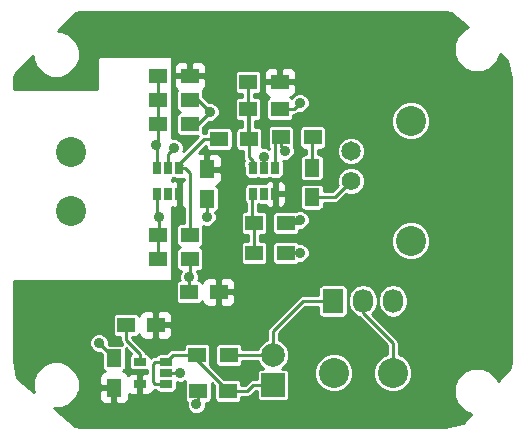
<source format=gtl>
G04 #@! TF.FileFunction,Copper,L1,Top,Signal*
%FSLAX46Y46*%
G04 Gerber Fmt 4.6, Leading zero omitted, Abs format (unit mm)*
G04 Created by KiCad (PCBNEW 4.0.1-stable) date 11/25/2016 8:33:30 PM*
%MOMM*%
G01*
G04 APERTURE LIST*
%ADD10C,0.150000*%
%ADD11R,1.500000X1.250000*%
%ADD12R,1.250000X1.500000*%
%ADD13R,1.500000X1.300000*%
%ADD14C,2.540000*%
%ADD15R,0.650000X1.060000*%
%ADD16R,1.060000X0.650000*%
%ADD17R,2.000000X2.000000*%
%ADD18C,2.000000*%
%ADD19C,1.574800*%
%ADD20C,1.651000*%
%ADD21R,1.727200X2.032000*%
%ADD22O,1.727200X2.032000*%
%ADD23C,0.889000*%
%ADD24C,0.254000*%
G04 APERTURE END LIST*
D10*
D11*
X20300000Y-11176000D03*
X17800000Y-11176000D03*
D12*
X8890000Y-32238000D03*
X8890000Y-29738000D03*
D11*
X17760000Y-24130000D03*
X15260000Y-24130000D03*
D12*
X25654000Y-16109000D03*
X25654000Y-13609000D03*
D11*
X18522000Y-32512000D03*
X16022000Y-32512000D03*
D12*
X16764000Y-13736000D03*
X16764000Y-16236000D03*
D11*
X12426000Y-26924000D03*
X9926000Y-26924000D03*
D13*
X12620000Y-9906000D03*
X15320000Y-9906000D03*
X12620000Y-7874000D03*
X15320000Y-7874000D03*
X15320000Y-21336000D03*
X12620000Y-21336000D03*
X12620000Y-19304000D03*
X15320000Y-19304000D03*
X12620000Y-5842000D03*
X15320000Y-5842000D03*
X20240000Y-8636000D03*
X22940000Y-8636000D03*
X20240000Y-6350000D03*
X22940000Y-6350000D03*
X20748000Y-18288000D03*
X23448000Y-18288000D03*
X23448000Y-20828000D03*
X20748000Y-20828000D03*
X23034000Y-11049000D03*
X25734000Y-11049000D03*
X15922000Y-29464000D03*
X18622000Y-29464000D03*
D14*
X32512000Y-30988000D03*
X27512000Y-30988000D03*
X5240000Y-17242000D03*
X5240000Y-12242000D03*
D15*
X14412000Y-13632000D03*
X13462000Y-13632000D03*
X12512000Y-13632000D03*
X12512000Y-15832000D03*
X14412000Y-15832000D03*
X13462000Y-15832000D03*
X22540000Y-13632000D03*
X21590000Y-13632000D03*
X20640000Y-13632000D03*
X20640000Y-15832000D03*
X22540000Y-15832000D03*
X21590000Y-15832000D03*
D16*
X13292000Y-31938000D03*
X13292000Y-30988000D03*
X13292000Y-30038000D03*
X11092000Y-30038000D03*
X11092000Y-31938000D03*
D17*
X22352000Y-32004000D03*
D18*
X22352000Y-29464000D03*
D19*
X28956000Y-14732000D03*
D20*
X28956000Y-12192000D03*
D14*
X34036000Y-9652000D03*
X34036000Y-19812000D03*
D21*
X27432000Y-24892000D03*
D22*
X29972000Y-24892000D03*
X32512000Y-24892000D03*
D23*
X14478000Y-30988000D03*
X7620000Y-28448000D03*
X15240000Y-22860000D03*
X24638000Y-8128000D03*
X16764000Y-17780000D03*
X13970000Y-11938000D03*
X17018000Y-8890000D03*
X21590000Y-12700000D03*
X24638000Y-20828000D03*
X15875000Y-33655000D03*
X12446000Y-11684000D03*
X12700000Y-17780000D03*
X23368000Y-12192000D03*
X24638000Y-18034000D03*
D24*
X13292000Y-30988000D02*
X14478000Y-30988000D01*
X8890000Y-29738000D02*
X8890000Y-29718000D01*
X8890000Y-29718000D02*
X7620000Y-28448000D01*
X15320000Y-21336000D02*
X15320000Y-22780000D01*
X15260000Y-22880000D02*
X15240000Y-22860000D01*
X15260000Y-22880000D02*
X15260000Y-24130000D01*
X15320000Y-22780000D02*
X15240000Y-22860000D01*
X22940000Y-8636000D02*
X24130000Y-8636000D01*
X24130000Y-8636000D02*
X24638000Y-8128000D01*
X16764000Y-16236000D02*
X16764000Y-17780000D01*
X13462000Y-13632000D02*
X13462000Y-12446000D01*
X13462000Y-12446000D02*
X13970000Y-11938000D01*
X15320000Y-9906000D02*
X16002000Y-9906000D01*
X16002000Y-9906000D02*
X17018000Y-8890000D01*
X15320000Y-7874000D02*
X16002000Y-7874000D01*
X16002000Y-7874000D02*
X17018000Y-8890000D01*
X21590000Y-13632000D02*
X21590000Y-12700000D01*
X23448000Y-20828000D02*
X24638000Y-20828000D01*
X16022000Y-32512000D02*
X16022000Y-33508000D01*
X16022000Y-33508000D02*
X15875000Y-33655000D01*
X20240000Y-8636000D02*
X20240000Y-11116000D01*
X20240000Y-11116000D02*
X20300000Y-11176000D01*
X20640000Y-13632000D02*
X20640000Y-13020000D01*
X20300000Y-12680000D02*
X20300000Y-8696000D01*
X20640000Y-13020000D02*
X20300000Y-12680000D01*
X20300000Y-8696000D02*
X20240000Y-8636000D01*
X20240000Y-8636000D02*
X20240000Y-6350000D01*
X20320000Y-13312000D02*
X20640000Y-13632000D01*
X14412000Y-13632000D02*
X14412000Y-13274000D01*
X14412000Y-13274000D02*
X16510000Y-11176000D01*
X16510000Y-11176000D02*
X17800000Y-11176000D01*
X14412000Y-13632000D02*
X14902000Y-13632000D01*
X15320000Y-14050000D02*
X15320000Y-19304000D01*
X14902000Y-13632000D02*
X15320000Y-14050000D01*
X14412000Y-13632000D02*
X14662000Y-13382000D01*
X14412000Y-13632000D02*
X14478000Y-13566000D01*
X25654000Y-13609000D02*
X25654000Y-11129000D01*
X25654000Y-11129000D02*
X25734000Y-11049000D01*
X15922000Y-29464000D02*
X13866000Y-29464000D01*
X13866000Y-29464000D02*
X13292000Y-30038000D01*
X13292000Y-31938000D02*
X12380000Y-31938000D01*
X12380000Y-31938000D02*
X12192000Y-31750000D01*
X12192000Y-31750000D02*
X12192000Y-30226000D01*
X12192000Y-30226000D02*
X12380000Y-30038000D01*
X12380000Y-30038000D02*
X13292000Y-30038000D01*
X18522000Y-32512000D02*
X20193000Y-32512000D01*
X20701000Y-32004000D02*
X22352000Y-32004000D01*
X20193000Y-32512000D02*
X20701000Y-32004000D01*
X15922000Y-29464000D02*
X15922000Y-29912000D01*
X15922000Y-29912000D02*
X18522000Y-32512000D01*
X12512000Y-13632000D02*
X12512000Y-11750000D01*
X12512000Y-11750000D02*
X12620000Y-11642000D01*
X12620000Y-11642000D02*
X12620000Y-9906000D01*
X12512000Y-11750000D02*
X12446000Y-11684000D01*
X12620000Y-11510000D02*
X12620000Y-7874000D01*
X12446000Y-11684000D02*
X12620000Y-11510000D01*
X12620000Y-7874000D02*
X12620000Y-5842000D01*
X12700000Y-13444000D02*
X12512000Y-13632000D01*
X12700000Y-17780000D02*
X12700000Y-19224000D01*
X12700000Y-19224000D02*
X12620000Y-19304000D01*
X12620000Y-19304000D02*
X12620000Y-21590000D01*
X12512000Y-17592000D02*
X12512000Y-15832000D01*
X12700000Y-17780000D02*
X12512000Y-17592000D01*
X20748000Y-20828000D02*
X20748000Y-18288000D01*
X20748000Y-18288000D02*
X20574000Y-18114000D01*
X20574000Y-18114000D02*
X20574000Y-15898000D01*
X20574000Y-15898000D02*
X20640000Y-15832000D01*
X23448000Y-18288000D02*
X24384000Y-18288000D01*
X23034000Y-11858000D02*
X23034000Y-11049000D01*
X23368000Y-12192000D02*
X23034000Y-11858000D01*
X24384000Y-18288000D02*
X24638000Y-18034000D01*
X22540000Y-13632000D02*
X22540000Y-11543000D01*
X22540000Y-11543000D02*
X23034000Y-11049000D01*
X25654000Y-16109000D02*
X27579000Y-16109000D01*
X27579000Y-16109000D02*
X28956000Y-14732000D01*
X11092000Y-30038000D02*
X11092000Y-29380000D01*
X9926000Y-28214000D02*
X9926000Y-26924000D01*
X11092000Y-29380000D02*
X9926000Y-28214000D01*
X29972000Y-24892000D02*
X29972000Y-25908000D01*
X29972000Y-25908000D02*
X32512000Y-28448000D01*
X32512000Y-28448000D02*
X32512000Y-30988000D01*
X22352000Y-29464000D02*
X22352000Y-27432000D01*
X24892000Y-24892000D02*
X27432000Y-24892000D01*
X22352000Y-27432000D02*
X24892000Y-24892000D01*
X22352000Y-29464000D02*
X18622000Y-29464000D01*
G36*
X37452156Y-542113D02*
X38870363Y-1723952D01*
X38503320Y-1875611D01*
X37945569Y-2432389D01*
X37643345Y-3160226D01*
X37642657Y-3948316D01*
X37943611Y-4676680D01*
X38500389Y-5234431D01*
X39228226Y-5536655D01*
X40016316Y-5537343D01*
X40744680Y-5236389D01*
X41302431Y-4679611D01*
X41588998Y-3989481D01*
X42197505Y-4496571D01*
X42505000Y-6042453D01*
X42505000Y-29957547D01*
X42390541Y-30532970D01*
X41427320Y-31688836D01*
X41304389Y-31391320D01*
X40747611Y-30833569D01*
X40019774Y-30531345D01*
X39231684Y-30530657D01*
X38503320Y-30831611D01*
X37945569Y-31388389D01*
X37643345Y-32116226D01*
X37642657Y-32904316D01*
X37943611Y-33632680D01*
X38500389Y-34190431D01*
X39126132Y-34450262D01*
X38452215Y-35258962D01*
X36893552Y-35569000D01*
X6042453Y-35569000D01*
X5567909Y-35474607D01*
X3775345Y-33980804D01*
X4392316Y-33981343D01*
X5120680Y-33680389D01*
X5678431Y-33123611D01*
X5927514Y-32523750D01*
X7630000Y-32523750D01*
X7630000Y-33114309D01*
X7726673Y-33347698D01*
X7905301Y-33526327D01*
X8138690Y-33623000D01*
X8604250Y-33623000D01*
X8763000Y-33464250D01*
X8763000Y-32365000D01*
X7788750Y-32365000D01*
X7630000Y-32523750D01*
X5927514Y-32523750D01*
X5980655Y-32395774D01*
X5981343Y-31607684D01*
X5680389Y-30879320D01*
X5123611Y-30321569D01*
X4395774Y-30019345D01*
X3607684Y-30018657D01*
X2879320Y-30319611D01*
X2321569Y-30876389D01*
X2019345Y-31604226D01*
X2018657Y-32392316D01*
X2097166Y-32582322D01*
X725778Y-31439498D01*
X431000Y-29957552D01*
X431000Y-28611482D01*
X6794357Y-28611482D01*
X6919767Y-28914998D01*
X7151781Y-29147417D01*
X7455077Y-29273357D01*
X7727174Y-29273594D01*
X7876536Y-29422956D01*
X7876536Y-30488000D01*
X7903103Y-30629190D01*
X7986546Y-30758865D01*
X8113866Y-30845859D01*
X8149130Y-30853000D01*
X8138690Y-30853000D01*
X7905301Y-30949673D01*
X7726673Y-31128302D01*
X7630000Y-31361691D01*
X7630000Y-31952250D01*
X7788750Y-32111000D01*
X8763000Y-32111000D01*
X8763000Y-32091000D01*
X9017000Y-32091000D01*
X9017000Y-32111000D01*
X9037000Y-32111000D01*
X9037000Y-32365000D01*
X9017000Y-32365000D01*
X9017000Y-33464250D01*
X9175750Y-33623000D01*
X9641310Y-33623000D01*
X9874699Y-33526327D01*
X10053327Y-33347698D01*
X10150000Y-33114309D01*
X10150000Y-32749025D01*
X10202302Y-32801327D01*
X10435691Y-32898000D01*
X10806250Y-32898000D01*
X10965000Y-32739250D01*
X10965000Y-32065000D01*
X10945000Y-32065000D01*
X10945000Y-31811000D01*
X10965000Y-31811000D01*
X10965000Y-31136750D01*
X10806250Y-30978000D01*
X10435691Y-30978000D01*
X10202302Y-31074673D01*
X10081253Y-31195721D01*
X10053327Y-31128302D01*
X9874699Y-30949673D01*
X9641310Y-30853000D01*
X9639699Y-30853000D01*
X9656190Y-30849897D01*
X9785865Y-30766454D01*
X9872859Y-30639134D01*
X9903464Y-30488000D01*
X9903464Y-28988000D01*
X9885358Y-28891778D01*
X10374489Y-29380909D01*
X10291135Y-29434546D01*
X10204141Y-29561866D01*
X10173536Y-29713000D01*
X10173536Y-30363000D01*
X10200103Y-30504190D01*
X10283546Y-30633865D01*
X10410866Y-30720859D01*
X10562000Y-30751464D01*
X11622000Y-30751464D01*
X11684000Y-30739798D01*
X11684000Y-30978000D01*
X11377750Y-30978000D01*
X11219000Y-31136750D01*
X11219000Y-31811000D01*
X11239000Y-31811000D01*
X11239000Y-32065000D01*
X11219000Y-32065000D01*
X11219000Y-32739250D01*
X11377750Y-32898000D01*
X11748309Y-32898000D01*
X11981698Y-32801327D01*
X12160327Y-32622699D01*
X12244668Y-32419081D01*
X12380000Y-32446000D01*
X12427007Y-32446000D01*
X12483546Y-32533865D01*
X12610866Y-32620859D01*
X12762000Y-32651464D01*
X13822000Y-32651464D01*
X13963190Y-32624897D01*
X14092865Y-32541454D01*
X14179859Y-32414134D01*
X14210464Y-32263000D01*
X14210464Y-31770748D01*
X14313077Y-31813357D01*
X14641482Y-31813643D01*
X14944998Y-31688233D01*
X14950311Y-31682929D01*
X14914141Y-31735866D01*
X14883536Y-31887000D01*
X14883536Y-33137000D01*
X14910103Y-33278190D01*
X14993546Y-33407865D01*
X15063837Y-33455893D01*
X15049643Y-33490077D01*
X15049357Y-33818482D01*
X15174767Y-34121998D01*
X15406781Y-34354417D01*
X15710077Y-34480357D01*
X16038482Y-34480643D01*
X16341998Y-34355233D01*
X16574417Y-34123219D01*
X16700357Y-33819923D01*
X16700613Y-33525464D01*
X16772000Y-33525464D01*
X16913190Y-33498897D01*
X17042865Y-33415454D01*
X17129859Y-33288134D01*
X17160464Y-33137000D01*
X17160464Y-31887000D01*
X17156265Y-31864685D01*
X17383536Y-32091956D01*
X17383536Y-33137000D01*
X17410103Y-33278190D01*
X17493546Y-33407865D01*
X17620866Y-33494859D01*
X17772000Y-33525464D01*
X19272000Y-33525464D01*
X19413190Y-33498897D01*
X19542865Y-33415454D01*
X19629859Y-33288134D01*
X19660464Y-33137000D01*
X19660464Y-33020000D01*
X20193000Y-33020000D01*
X20387403Y-32981331D01*
X20552210Y-32871210D01*
X20911421Y-32512000D01*
X20963536Y-32512000D01*
X20963536Y-33004000D01*
X20990103Y-33145190D01*
X21073546Y-33274865D01*
X21200866Y-33361859D01*
X21352000Y-33392464D01*
X23352000Y-33392464D01*
X23493190Y-33365897D01*
X23622865Y-33282454D01*
X23709859Y-33155134D01*
X23740464Y-33004000D01*
X23740464Y-31314963D01*
X25860714Y-31314963D01*
X26111534Y-31921995D01*
X26575563Y-32386834D01*
X27182155Y-32638713D01*
X27838963Y-32639286D01*
X28445995Y-32388466D01*
X28910834Y-31924437D01*
X29162713Y-31317845D01*
X29163286Y-30661037D01*
X28912466Y-30054005D01*
X28448437Y-29589166D01*
X27841845Y-29337287D01*
X27185037Y-29336714D01*
X26578005Y-29587534D01*
X26113166Y-30051563D01*
X25861287Y-30658155D01*
X25860714Y-31314963D01*
X23740464Y-31314963D01*
X23740464Y-31004000D01*
X23713897Y-30862810D01*
X23630454Y-30733135D01*
X23503134Y-30646141D01*
X23352000Y-30615536D01*
X23153187Y-30615536D01*
X23522072Y-30247295D01*
X23732759Y-29739903D01*
X23733239Y-29190507D01*
X23523437Y-28682749D01*
X23135295Y-28293928D01*
X22860000Y-28179616D01*
X22860000Y-27642420D01*
X25102421Y-25400000D01*
X26179936Y-25400000D01*
X26179936Y-25908000D01*
X26206503Y-26049190D01*
X26289946Y-26178865D01*
X26417266Y-26265859D01*
X26568400Y-26296464D01*
X28295600Y-26296464D01*
X28436790Y-26269897D01*
X28566465Y-26186454D01*
X28653459Y-26059134D01*
X28684064Y-25908000D01*
X28684064Y-24712231D01*
X28727400Y-24712231D01*
X28727400Y-25071769D01*
X28822140Y-25548057D01*
X29091935Y-25951834D01*
X29495712Y-26221629D01*
X29595611Y-26241500D01*
X29612790Y-26267210D01*
X32004000Y-28658421D01*
X32004000Y-29411517D01*
X31578005Y-29587534D01*
X31113166Y-30051563D01*
X30861287Y-30658155D01*
X30860714Y-31314963D01*
X31111534Y-31921995D01*
X31575563Y-32386834D01*
X32182155Y-32638713D01*
X32838963Y-32639286D01*
X33445995Y-32388466D01*
X33910834Y-31924437D01*
X34162713Y-31317845D01*
X34163286Y-30661037D01*
X33912466Y-30054005D01*
X33448437Y-29589166D01*
X33020000Y-29411263D01*
X33020000Y-28448000D01*
X32981331Y-28253597D01*
X32934828Y-28184000D01*
X32871210Y-28088789D01*
X30781443Y-25999022D01*
X30852065Y-25951834D01*
X31121860Y-25548057D01*
X31216600Y-25071769D01*
X31216600Y-24712231D01*
X31267400Y-24712231D01*
X31267400Y-25071769D01*
X31362140Y-25548057D01*
X31631935Y-25951834D01*
X32035712Y-26221629D01*
X32512000Y-26316369D01*
X32988288Y-26221629D01*
X33392065Y-25951834D01*
X33661860Y-25548057D01*
X33756600Y-25071769D01*
X33756600Y-24712231D01*
X33661860Y-24235943D01*
X33392065Y-23832166D01*
X32988288Y-23562371D01*
X32512000Y-23467631D01*
X32035712Y-23562371D01*
X31631935Y-23832166D01*
X31362140Y-24235943D01*
X31267400Y-24712231D01*
X31216600Y-24712231D01*
X31121860Y-24235943D01*
X30852065Y-23832166D01*
X30448288Y-23562371D01*
X29972000Y-23467631D01*
X29495712Y-23562371D01*
X29091935Y-23832166D01*
X28822140Y-24235943D01*
X28727400Y-24712231D01*
X28684064Y-24712231D01*
X28684064Y-23876000D01*
X28657497Y-23734810D01*
X28574054Y-23605135D01*
X28446734Y-23518141D01*
X28295600Y-23487536D01*
X26568400Y-23487536D01*
X26427210Y-23514103D01*
X26297535Y-23597546D01*
X26210541Y-23724866D01*
X26179936Y-23876000D01*
X26179936Y-24384000D01*
X24892000Y-24384000D01*
X24697597Y-24422669D01*
X24697595Y-24422670D01*
X24697596Y-24422670D01*
X24532789Y-24532790D01*
X21992790Y-27072790D01*
X21882669Y-27237597D01*
X21844000Y-27432000D01*
X21844000Y-28179658D01*
X21570749Y-28292563D01*
X21181928Y-28680705D01*
X21067616Y-28956000D01*
X19760464Y-28956000D01*
X19760464Y-28814000D01*
X19733897Y-28672810D01*
X19650454Y-28543135D01*
X19523134Y-28456141D01*
X19372000Y-28425536D01*
X17872000Y-28425536D01*
X17730810Y-28452103D01*
X17601135Y-28535546D01*
X17514141Y-28662866D01*
X17483536Y-28814000D01*
X17483536Y-30114000D01*
X17510103Y-30255190D01*
X17593546Y-30384865D01*
X17720866Y-30471859D01*
X17872000Y-30502464D01*
X19372000Y-30502464D01*
X19513190Y-30475897D01*
X19642865Y-30392454D01*
X19729859Y-30265134D01*
X19760464Y-30114000D01*
X19760464Y-29972000D01*
X21067658Y-29972000D01*
X21180563Y-30245251D01*
X21550201Y-30615536D01*
X21352000Y-30615536D01*
X21210810Y-30642103D01*
X21081135Y-30725546D01*
X20994141Y-30852866D01*
X20963536Y-31004000D01*
X20963536Y-31496000D01*
X20701000Y-31496000D01*
X20506597Y-31534669D01*
X20506595Y-31534670D01*
X20506596Y-31534670D01*
X20341789Y-31644790D01*
X19982580Y-32004000D01*
X19660464Y-32004000D01*
X19660464Y-31887000D01*
X19633897Y-31745810D01*
X19550454Y-31616135D01*
X19423134Y-31529141D01*
X19272000Y-31498536D01*
X18226956Y-31498536D01*
X17015122Y-30286702D01*
X17029859Y-30265134D01*
X17060464Y-30114000D01*
X17060464Y-28814000D01*
X17033897Y-28672810D01*
X16950454Y-28543135D01*
X16823134Y-28456141D01*
X16672000Y-28425536D01*
X15172000Y-28425536D01*
X15030810Y-28452103D01*
X14901135Y-28535546D01*
X14814141Y-28662866D01*
X14783536Y-28814000D01*
X14783536Y-28956000D01*
X13866000Y-28956000D01*
X13671597Y-28994669D01*
X13506790Y-29104789D01*
X13287043Y-29324536D01*
X12762000Y-29324536D01*
X12620810Y-29351103D01*
X12491135Y-29434546D01*
X12425914Y-29530000D01*
X12380000Y-29530000D01*
X12185596Y-29568669D01*
X12020790Y-29678790D01*
X12006682Y-29692898D01*
X11983897Y-29571810D01*
X11900454Y-29442135D01*
X11773134Y-29355141D01*
X11622000Y-29324536D01*
X11588968Y-29324536D01*
X11561331Y-29185597D01*
X11451210Y-29020790D01*
X10434000Y-28003580D01*
X10434000Y-27937464D01*
X10676000Y-27937464D01*
X10817190Y-27910897D01*
X10946865Y-27827454D01*
X11033859Y-27700134D01*
X11041000Y-27664870D01*
X11041000Y-27675310D01*
X11137673Y-27908699D01*
X11316302Y-28087327D01*
X11549691Y-28184000D01*
X12140250Y-28184000D01*
X12299000Y-28025250D01*
X12299000Y-27051000D01*
X12553000Y-27051000D01*
X12553000Y-28025250D01*
X12711750Y-28184000D01*
X13302309Y-28184000D01*
X13535698Y-28087327D01*
X13714327Y-27908699D01*
X13811000Y-27675310D01*
X13811000Y-27209750D01*
X13652250Y-27051000D01*
X12553000Y-27051000D01*
X12299000Y-27051000D01*
X12279000Y-27051000D01*
X12279000Y-26797000D01*
X12299000Y-26797000D01*
X12299000Y-25822750D01*
X12553000Y-25822750D01*
X12553000Y-26797000D01*
X13652250Y-26797000D01*
X13811000Y-26638250D01*
X13811000Y-26172690D01*
X13714327Y-25939301D01*
X13535698Y-25760673D01*
X13302309Y-25664000D01*
X12711750Y-25664000D01*
X12553000Y-25822750D01*
X12299000Y-25822750D01*
X12140250Y-25664000D01*
X11549691Y-25664000D01*
X11316302Y-25760673D01*
X11137673Y-25939301D01*
X11041000Y-26172690D01*
X11041000Y-26174301D01*
X11037897Y-26157810D01*
X10954454Y-26028135D01*
X10827134Y-25941141D01*
X10676000Y-25910536D01*
X9176000Y-25910536D01*
X9034810Y-25937103D01*
X8905135Y-26020546D01*
X8818141Y-26147866D01*
X8787536Y-26299000D01*
X8787536Y-27549000D01*
X8814103Y-27690190D01*
X8897546Y-27819865D01*
X9024866Y-27906859D01*
X9176000Y-27937464D01*
X9418000Y-27937464D01*
X9418000Y-28214000D01*
X9456669Y-28408403D01*
X9566790Y-28573210D01*
X9612951Y-28619371D01*
X9515000Y-28599536D01*
X8489956Y-28599536D01*
X8445407Y-28554987D01*
X8445643Y-28284518D01*
X8320233Y-27981002D01*
X8088219Y-27748583D01*
X7784923Y-27622643D01*
X7456518Y-27622357D01*
X7153002Y-27747767D01*
X6920583Y-27979781D01*
X6794643Y-28283077D01*
X6794357Y-28611482D01*
X431000Y-28611482D01*
X431000Y-23241000D01*
X13716000Y-23241000D01*
X13762159Y-23232315D01*
X13804553Y-23205035D01*
X13832994Y-23163410D01*
X13843000Y-23114000D01*
X13843000Y-16948251D01*
X13960690Y-16997000D01*
X14126250Y-16997000D01*
X14285000Y-16838250D01*
X14285000Y-15959000D01*
X14265000Y-15959000D01*
X14265000Y-15705000D01*
X14285000Y-15705000D01*
X14285000Y-14825750D01*
X14126250Y-14667000D01*
X13960690Y-14667000D01*
X13843000Y-14715749D01*
X13843000Y-14539927D01*
X13928190Y-14523897D01*
X13935187Y-14519395D01*
X13935866Y-14519859D01*
X14087000Y-14550464D01*
X14737000Y-14550464D01*
X14812000Y-14536352D01*
X14812000Y-14667000D01*
X14697750Y-14667000D01*
X14539000Y-14825750D01*
X14539000Y-15705000D01*
X14559000Y-15705000D01*
X14559000Y-15959000D01*
X14539000Y-15959000D01*
X14539000Y-16838250D01*
X14697750Y-16997000D01*
X14812000Y-16997000D01*
X14812000Y-18265536D01*
X14570000Y-18265536D01*
X14428810Y-18292103D01*
X14299135Y-18375546D01*
X14212141Y-18502866D01*
X14181536Y-18654000D01*
X14181536Y-19954000D01*
X14208103Y-20095190D01*
X14291546Y-20224865D01*
X14418866Y-20311859D01*
X14454997Y-20319176D01*
X14428810Y-20324103D01*
X14299135Y-20407546D01*
X14212141Y-20534866D01*
X14181536Y-20686000D01*
X14181536Y-21986000D01*
X14208103Y-22127190D01*
X14291546Y-22256865D01*
X14418866Y-22343859D01*
X14559966Y-22372432D01*
X14540583Y-22391781D01*
X14414643Y-22695077D01*
X14414357Y-23023482D01*
X14456932Y-23126522D01*
X14368810Y-23143103D01*
X14239135Y-23226546D01*
X14152141Y-23353866D01*
X14121536Y-23505000D01*
X14121536Y-24755000D01*
X14148103Y-24896190D01*
X14231546Y-25025865D01*
X14358866Y-25112859D01*
X14510000Y-25143464D01*
X16010000Y-25143464D01*
X16151190Y-25116897D01*
X16280865Y-25033454D01*
X16367859Y-24906134D01*
X16375000Y-24870870D01*
X16375000Y-24881310D01*
X16471673Y-25114699D01*
X16650302Y-25293327D01*
X16883691Y-25390000D01*
X17474250Y-25390000D01*
X17633000Y-25231250D01*
X17633000Y-24257000D01*
X17887000Y-24257000D01*
X17887000Y-25231250D01*
X18045750Y-25390000D01*
X18636309Y-25390000D01*
X18869698Y-25293327D01*
X19048327Y-25114699D01*
X19145000Y-24881310D01*
X19145000Y-24415750D01*
X18986250Y-24257000D01*
X17887000Y-24257000D01*
X17633000Y-24257000D01*
X17613000Y-24257000D01*
X17613000Y-24003000D01*
X17633000Y-24003000D01*
X17633000Y-23028750D01*
X17887000Y-23028750D01*
X17887000Y-24003000D01*
X18986250Y-24003000D01*
X19145000Y-23844250D01*
X19145000Y-23378690D01*
X19048327Y-23145301D01*
X18869698Y-22966673D01*
X18636309Y-22870000D01*
X18045750Y-22870000D01*
X17887000Y-23028750D01*
X17633000Y-23028750D01*
X17474250Y-22870000D01*
X16883691Y-22870000D01*
X16650302Y-22966673D01*
X16471673Y-23145301D01*
X16375000Y-23378690D01*
X16375000Y-23380301D01*
X16371897Y-23363810D01*
X16288454Y-23234135D01*
X16161134Y-23147141D01*
X16025973Y-23119771D01*
X16065357Y-23024923D01*
X16065643Y-22696518D01*
X15940233Y-22393002D01*
X15921727Y-22374464D01*
X16070000Y-22374464D01*
X16211190Y-22347897D01*
X16340865Y-22264454D01*
X16427859Y-22137134D01*
X16458464Y-21986000D01*
X16458464Y-20686000D01*
X16431897Y-20544810D01*
X16348454Y-20415135D01*
X16221134Y-20328141D01*
X16185003Y-20320824D01*
X16211190Y-20315897D01*
X16340865Y-20232454D01*
X16427859Y-20105134D01*
X16458464Y-19954000D01*
X16458464Y-18654000D01*
X16436618Y-18537898D01*
X16599077Y-18605357D01*
X16927482Y-18605643D01*
X17230998Y-18480233D01*
X17463417Y-18248219D01*
X17589357Y-17944923D01*
X17589624Y-17638000D01*
X19609536Y-17638000D01*
X19609536Y-18938000D01*
X19636103Y-19079190D01*
X19719546Y-19208865D01*
X19846866Y-19295859D01*
X19998000Y-19326464D01*
X20240000Y-19326464D01*
X20240000Y-19789536D01*
X19998000Y-19789536D01*
X19856810Y-19816103D01*
X19727135Y-19899546D01*
X19640141Y-20026866D01*
X19609536Y-20178000D01*
X19609536Y-21478000D01*
X19636103Y-21619190D01*
X19719546Y-21748865D01*
X19846866Y-21835859D01*
X19998000Y-21866464D01*
X21498000Y-21866464D01*
X21639190Y-21839897D01*
X21768865Y-21756454D01*
X21855859Y-21629134D01*
X21886464Y-21478000D01*
X21886464Y-20178000D01*
X22309536Y-20178000D01*
X22309536Y-21478000D01*
X22336103Y-21619190D01*
X22419546Y-21748865D01*
X22546866Y-21835859D01*
X22698000Y-21866464D01*
X24198000Y-21866464D01*
X24339190Y-21839897D01*
X24468865Y-21756454D01*
X24539269Y-21653415D01*
X24801482Y-21653643D01*
X25104998Y-21528233D01*
X25337417Y-21296219D01*
X25463357Y-20992923D01*
X25463643Y-20664518D01*
X25338233Y-20361002D01*
X25116581Y-20138963D01*
X32384714Y-20138963D01*
X32635534Y-20745995D01*
X33099563Y-21210834D01*
X33706155Y-21462713D01*
X34362963Y-21463286D01*
X34969995Y-21212466D01*
X35434834Y-20748437D01*
X35686713Y-20141845D01*
X35687286Y-19485037D01*
X35436466Y-18878005D01*
X34972437Y-18413166D01*
X34365845Y-18161287D01*
X33709037Y-18160714D01*
X33102005Y-18411534D01*
X32637166Y-18875563D01*
X32385287Y-19482155D01*
X32384714Y-20138963D01*
X25116581Y-20138963D01*
X25106219Y-20128583D01*
X24802923Y-20002643D01*
X24537763Y-20002412D01*
X24476454Y-19907135D01*
X24349134Y-19820141D01*
X24198000Y-19789536D01*
X22698000Y-19789536D01*
X22556810Y-19816103D01*
X22427135Y-19899546D01*
X22340141Y-20026866D01*
X22309536Y-20178000D01*
X21886464Y-20178000D01*
X21859897Y-20036810D01*
X21776454Y-19907135D01*
X21649134Y-19820141D01*
X21498000Y-19789536D01*
X21256000Y-19789536D01*
X21256000Y-19326464D01*
X21498000Y-19326464D01*
X21639190Y-19299897D01*
X21768865Y-19216454D01*
X21855859Y-19089134D01*
X21886464Y-18938000D01*
X21886464Y-17638000D01*
X22309536Y-17638000D01*
X22309536Y-18938000D01*
X22336103Y-19079190D01*
X22419546Y-19208865D01*
X22546866Y-19295859D01*
X22698000Y-19326464D01*
X24198000Y-19326464D01*
X24339190Y-19299897D01*
X24468865Y-19216454D01*
X24555859Y-19089134D01*
X24586464Y-18938000D01*
X24586464Y-18859456D01*
X24801482Y-18859643D01*
X25104998Y-18734233D01*
X25337417Y-18502219D01*
X25463357Y-18198923D01*
X25463643Y-17870518D01*
X25338233Y-17567002D01*
X25106219Y-17334583D01*
X24802923Y-17208643D01*
X24474518Y-17208357D01*
X24316688Y-17273571D01*
X24198000Y-17249536D01*
X22698000Y-17249536D01*
X22556810Y-17276103D01*
X22427135Y-17359546D01*
X22340141Y-17486866D01*
X22309536Y-17638000D01*
X21886464Y-17638000D01*
X21859897Y-17496810D01*
X21776454Y-17367135D01*
X21649134Y-17280141D01*
X21498000Y-17249536D01*
X21082000Y-17249536D01*
X21082000Y-16728449D01*
X21106190Y-16723897D01*
X21113187Y-16719395D01*
X21113866Y-16719859D01*
X21265000Y-16750464D01*
X21705439Y-16750464D01*
X21855301Y-16900327D01*
X22088690Y-16997000D01*
X22254250Y-16997000D01*
X22413000Y-16838250D01*
X22413000Y-15959000D01*
X22667000Y-15959000D01*
X22667000Y-16838250D01*
X22825750Y-16997000D01*
X22991310Y-16997000D01*
X23224699Y-16900327D01*
X23403327Y-16721698D01*
X23500000Y-16488309D01*
X23500000Y-16117750D01*
X23341250Y-15959000D01*
X22667000Y-15959000D01*
X22413000Y-15959000D01*
X22393000Y-15959000D01*
X22393000Y-15705000D01*
X22413000Y-15705000D01*
X22413000Y-14825750D01*
X22667000Y-14825750D01*
X22667000Y-15705000D01*
X23341250Y-15705000D01*
X23500000Y-15546250D01*
X23500000Y-15359000D01*
X24640536Y-15359000D01*
X24640536Y-16859000D01*
X24667103Y-17000190D01*
X24750546Y-17129865D01*
X24877866Y-17216859D01*
X25029000Y-17247464D01*
X26279000Y-17247464D01*
X26420190Y-17220897D01*
X26549865Y-17137454D01*
X26636859Y-17010134D01*
X26667464Y-16859000D01*
X26667464Y-16617000D01*
X27579000Y-16617000D01*
X27773403Y-16578331D01*
X27938210Y-16468210D01*
X28569701Y-15836719D01*
X28722571Y-15900196D01*
X29187389Y-15900602D01*
X29616981Y-15723099D01*
X29945943Y-15394709D01*
X30124196Y-14965429D01*
X30124602Y-14500611D01*
X29947099Y-14071019D01*
X29618709Y-13742057D01*
X29189429Y-13563804D01*
X28724611Y-13563398D01*
X28295019Y-13740901D01*
X27966057Y-14069291D01*
X27787804Y-14498571D01*
X27787398Y-14963389D01*
X27851369Y-15118211D01*
X27368580Y-15601000D01*
X26667464Y-15601000D01*
X26667464Y-15359000D01*
X26640897Y-15217810D01*
X26557454Y-15088135D01*
X26430134Y-15001141D01*
X26279000Y-14970536D01*
X25029000Y-14970536D01*
X24887810Y-14997103D01*
X24758135Y-15080546D01*
X24671141Y-15207866D01*
X24640536Y-15359000D01*
X23500000Y-15359000D01*
X23500000Y-15175691D01*
X23403327Y-14942302D01*
X23224699Y-14763673D01*
X22991310Y-14667000D01*
X22825750Y-14667000D01*
X22667000Y-14825750D01*
X22413000Y-14825750D01*
X22254250Y-14667000D01*
X22088690Y-14667000D01*
X21855301Y-14763673D01*
X21705439Y-14913536D01*
X21265000Y-14913536D01*
X21123810Y-14940103D01*
X21116813Y-14944605D01*
X21116134Y-14944141D01*
X20965000Y-14913536D01*
X20315000Y-14913536D01*
X20173810Y-14940103D01*
X20044135Y-15023546D01*
X19957141Y-15150866D01*
X19926536Y-15302000D01*
X19926536Y-16362000D01*
X19953103Y-16503190D01*
X20036546Y-16632865D01*
X20066000Y-16652990D01*
X20066000Y-17249536D01*
X19998000Y-17249536D01*
X19856810Y-17276103D01*
X19727135Y-17359546D01*
X19640141Y-17486866D01*
X19609536Y-17638000D01*
X17589624Y-17638000D01*
X17589643Y-17616518D01*
X17482369Y-17356895D01*
X17530190Y-17347897D01*
X17659865Y-17264454D01*
X17746859Y-17137134D01*
X17777464Y-16986000D01*
X17777464Y-15486000D01*
X17750897Y-15344810D01*
X17667454Y-15215135D01*
X17540134Y-15128141D01*
X17504870Y-15121000D01*
X17515310Y-15121000D01*
X17748699Y-15024327D01*
X17927327Y-14845698D01*
X18024000Y-14612309D01*
X18024000Y-14021750D01*
X17865250Y-13863000D01*
X16891000Y-13863000D01*
X16891000Y-13883000D01*
X16637000Y-13883000D01*
X16637000Y-13863000D01*
X16617000Y-13863000D01*
X16617000Y-13609000D01*
X16637000Y-13609000D01*
X16637000Y-12509750D01*
X16891000Y-12509750D01*
X16891000Y-13609000D01*
X17865250Y-13609000D01*
X18024000Y-13450250D01*
X18024000Y-12859691D01*
X17927327Y-12626302D01*
X17748699Y-12447673D01*
X17515310Y-12351000D01*
X17049750Y-12351000D01*
X16891000Y-12509750D01*
X16637000Y-12509750D01*
X16478250Y-12351000D01*
X16053420Y-12351000D01*
X16661536Y-11742884D01*
X16661536Y-11801000D01*
X16688103Y-11942190D01*
X16771546Y-12071865D01*
X16898866Y-12158859D01*
X17050000Y-12189464D01*
X18550000Y-12189464D01*
X18691190Y-12162897D01*
X18820865Y-12079454D01*
X18907859Y-11952134D01*
X18938464Y-11801000D01*
X18938464Y-10551000D01*
X18911897Y-10409810D01*
X18828454Y-10280135D01*
X18701134Y-10193141D01*
X18550000Y-10162536D01*
X17050000Y-10162536D01*
X16908810Y-10189103D01*
X16779135Y-10272546D01*
X16692141Y-10399866D01*
X16661536Y-10551000D01*
X16661536Y-10668000D01*
X16510000Y-10668000D01*
X16432669Y-10683382D01*
X16458464Y-10556000D01*
X16458464Y-10167956D01*
X16911013Y-9715407D01*
X17181482Y-9715643D01*
X17484998Y-9590233D01*
X17717417Y-9358219D01*
X17843357Y-9054923D01*
X17843643Y-8726518D01*
X17718233Y-8423002D01*
X17486219Y-8190583D01*
X17182923Y-8064643D01*
X16910826Y-8064406D01*
X16458464Y-7612044D01*
X16458464Y-7224000D01*
X16431897Y-7082810D01*
X16404770Y-7040653D01*
X16429698Y-7030327D01*
X16608327Y-6851699D01*
X16705000Y-6618310D01*
X16705000Y-6127750D01*
X16546250Y-5969000D01*
X15447000Y-5969000D01*
X15447000Y-5989000D01*
X15193000Y-5989000D01*
X15193000Y-5969000D01*
X14093750Y-5969000D01*
X13935000Y-6127750D01*
X13935000Y-6618310D01*
X14031673Y-6851699D01*
X14210302Y-7030327D01*
X14234389Y-7040304D01*
X14212141Y-7072866D01*
X14181536Y-7224000D01*
X14181536Y-8524000D01*
X14208103Y-8665190D01*
X14291546Y-8794865D01*
X14418866Y-8881859D01*
X14454997Y-8889176D01*
X14428810Y-8894103D01*
X14299135Y-8977546D01*
X14212141Y-9104866D01*
X14181536Y-9256000D01*
X14181536Y-10556000D01*
X14208103Y-10697190D01*
X14291546Y-10826865D01*
X14418866Y-10913859D01*
X14570000Y-10944464D01*
X16023116Y-10944464D01*
X14746147Y-12221433D01*
X14795357Y-12102923D01*
X14795643Y-11774518D01*
X14670233Y-11471002D01*
X14438219Y-11238583D01*
X14134923Y-11112643D01*
X13843000Y-11112389D01*
X13843000Y-5065690D01*
X13935000Y-5065690D01*
X13935000Y-5556250D01*
X14093750Y-5715000D01*
X15193000Y-5715000D01*
X15193000Y-4715750D01*
X15447000Y-4715750D01*
X15447000Y-5715000D01*
X16546250Y-5715000D01*
X16561250Y-5700000D01*
X19101536Y-5700000D01*
X19101536Y-7000000D01*
X19128103Y-7141190D01*
X19211546Y-7270865D01*
X19338866Y-7357859D01*
X19490000Y-7388464D01*
X19732000Y-7388464D01*
X19732000Y-7597536D01*
X19490000Y-7597536D01*
X19348810Y-7624103D01*
X19219135Y-7707546D01*
X19132141Y-7834866D01*
X19101536Y-7986000D01*
X19101536Y-9286000D01*
X19128103Y-9427190D01*
X19211546Y-9556865D01*
X19338866Y-9643859D01*
X19490000Y-9674464D01*
X19732000Y-9674464D01*
X19732000Y-10162536D01*
X19550000Y-10162536D01*
X19408810Y-10189103D01*
X19279135Y-10272546D01*
X19192141Y-10399866D01*
X19161536Y-10551000D01*
X19161536Y-11801000D01*
X19188103Y-11942190D01*
X19271546Y-12071865D01*
X19398866Y-12158859D01*
X19550000Y-12189464D01*
X19792000Y-12189464D01*
X19792000Y-12680000D01*
X19830669Y-12874403D01*
X19921918Y-13010966D01*
X19850669Y-13117597D01*
X19812000Y-13312000D01*
X19850669Y-13506403D01*
X19926536Y-13619945D01*
X19926536Y-14162000D01*
X19953103Y-14303190D01*
X20036546Y-14432865D01*
X20163866Y-14519859D01*
X20315000Y-14550464D01*
X20965000Y-14550464D01*
X21106190Y-14523897D01*
X21113187Y-14519395D01*
X21113866Y-14519859D01*
X21265000Y-14550464D01*
X21915000Y-14550464D01*
X22056190Y-14523897D01*
X22063187Y-14519395D01*
X22063866Y-14519859D01*
X22215000Y-14550464D01*
X22865000Y-14550464D01*
X23006190Y-14523897D01*
X23135865Y-14440454D01*
X23222859Y-14313134D01*
X23253464Y-14162000D01*
X23253464Y-13102000D01*
X23237543Y-13017387D01*
X23531482Y-13017643D01*
X23834998Y-12892233D01*
X24067417Y-12660219D01*
X24193357Y-12356923D01*
X24193643Y-12028518D01*
X24128198Y-11870128D01*
X24141859Y-11850134D01*
X24172464Y-11699000D01*
X24172464Y-10399000D01*
X24595536Y-10399000D01*
X24595536Y-11699000D01*
X24622103Y-11840190D01*
X24705546Y-11969865D01*
X24832866Y-12056859D01*
X24984000Y-12087464D01*
X25146000Y-12087464D01*
X25146000Y-12470536D01*
X25029000Y-12470536D01*
X24887810Y-12497103D01*
X24758135Y-12580546D01*
X24671141Y-12707866D01*
X24640536Y-12859000D01*
X24640536Y-14359000D01*
X24667103Y-14500190D01*
X24750546Y-14629865D01*
X24877866Y-14716859D01*
X25029000Y-14747464D01*
X26279000Y-14747464D01*
X26420190Y-14720897D01*
X26549865Y-14637454D01*
X26636859Y-14510134D01*
X26667464Y-14359000D01*
X26667464Y-12859000D01*
X26640897Y-12717810D01*
X26557454Y-12588135D01*
X26430134Y-12501141D01*
X26279000Y-12470536D01*
X26162000Y-12470536D01*
X26162000Y-12430935D01*
X27749291Y-12430935D01*
X27932582Y-12874535D01*
X28271680Y-13214225D01*
X28714959Y-13398290D01*
X29194935Y-13398709D01*
X29638535Y-13215418D01*
X29978225Y-12876320D01*
X30162290Y-12433041D01*
X30162709Y-11953065D01*
X29979418Y-11509465D01*
X29640320Y-11169775D01*
X29197041Y-10985710D01*
X28717065Y-10985291D01*
X28273465Y-11168582D01*
X27933775Y-11507680D01*
X27749710Y-11950959D01*
X27749291Y-12430935D01*
X26162000Y-12430935D01*
X26162000Y-12087464D01*
X26484000Y-12087464D01*
X26625190Y-12060897D01*
X26754865Y-11977454D01*
X26841859Y-11850134D01*
X26872464Y-11699000D01*
X26872464Y-10399000D01*
X26845897Y-10257810D01*
X26762454Y-10128135D01*
X26635134Y-10041141D01*
X26484000Y-10010536D01*
X24984000Y-10010536D01*
X24842810Y-10037103D01*
X24713135Y-10120546D01*
X24626141Y-10247866D01*
X24595536Y-10399000D01*
X24172464Y-10399000D01*
X24145897Y-10257810D01*
X24062454Y-10128135D01*
X23935134Y-10041141D01*
X23784000Y-10010536D01*
X22284000Y-10010536D01*
X22142810Y-10037103D01*
X22013135Y-10120546D01*
X21926141Y-10247866D01*
X21895536Y-10399000D01*
X21895536Y-11699000D01*
X21922103Y-11840190D01*
X22005546Y-11969865D01*
X22032000Y-11987940D01*
X22032000Y-11989696D01*
X21754923Y-11874643D01*
X21426518Y-11874357D01*
X21423343Y-11875669D01*
X21438464Y-11801000D01*
X21438464Y-10551000D01*
X21411897Y-10409810D01*
X21328454Y-10280135D01*
X21201134Y-10193141D01*
X21050000Y-10162536D01*
X20808000Y-10162536D01*
X20808000Y-9978963D01*
X32384714Y-9978963D01*
X32635534Y-10585995D01*
X33099563Y-11050834D01*
X33706155Y-11302713D01*
X34362963Y-11303286D01*
X34969995Y-11052466D01*
X35434834Y-10588437D01*
X35686713Y-9981845D01*
X35687286Y-9325037D01*
X35436466Y-8718005D01*
X34972437Y-8253166D01*
X34365845Y-8001287D01*
X33709037Y-8000714D01*
X33102005Y-8251534D01*
X32637166Y-8715563D01*
X32385287Y-9322155D01*
X32384714Y-9978963D01*
X20808000Y-9978963D01*
X20808000Y-9674464D01*
X20990000Y-9674464D01*
X21131190Y-9647897D01*
X21260865Y-9564454D01*
X21347859Y-9437134D01*
X21378464Y-9286000D01*
X21378464Y-7986000D01*
X21351897Y-7844810D01*
X21268454Y-7715135D01*
X21141134Y-7628141D01*
X20990000Y-7597536D01*
X20748000Y-7597536D01*
X20748000Y-7388464D01*
X20990000Y-7388464D01*
X21131190Y-7361897D01*
X21260865Y-7278454D01*
X21347859Y-7151134D01*
X21378464Y-7000000D01*
X21378464Y-6635750D01*
X21555000Y-6635750D01*
X21555000Y-7126310D01*
X21651673Y-7359699D01*
X21830302Y-7538327D01*
X22044335Y-7626983D01*
X21919135Y-7707546D01*
X21832141Y-7834866D01*
X21801536Y-7986000D01*
X21801536Y-9286000D01*
X21828103Y-9427190D01*
X21911546Y-9556865D01*
X22038866Y-9643859D01*
X22190000Y-9674464D01*
X23690000Y-9674464D01*
X23831190Y-9647897D01*
X23960865Y-9564454D01*
X24047859Y-9437134D01*
X24078464Y-9286000D01*
X24078464Y-9144000D01*
X24130000Y-9144000D01*
X24324403Y-9105331D01*
X24489210Y-8995210D01*
X24531013Y-8953407D01*
X24801482Y-8953643D01*
X25104998Y-8828233D01*
X25337417Y-8596219D01*
X25463357Y-8292923D01*
X25463643Y-7964518D01*
X25338233Y-7661002D01*
X25106219Y-7428583D01*
X24802923Y-7302643D01*
X24474518Y-7302357D01*
X24171002Y-7427767D01*
X23938583Y-7659781D01*
X23927280Y-7687002D01*
X23841134Y-7628141D01*
X23835582Y-7627017D01*
X24049698Y-7538327D01*
X24228327Y-7359699D01*
X24325000Y-7126310D01*
X24325000Y-6635750D01*
X24166250Y-6477000D01*
X23067000Y-6477000D01*
X23067000Y-6497000D01*
X22813000Y-6497000D01*
X22813000Y-6477000D01*
X21713750Y-6477000D01*
X21555000Y-6635750D01*
X21378464Y-6635750D01*
X21378464Y-5700000D01*
X21354697Y-5573690D01*
X21555000Y-5573690D01*
X21555000Y-6064250D01*
X21713750Y-6223000D01*
X22813000Y-6223000D01*
X22813000Y-5223750D01*
X23067000Y-5223750D01*
X23067000Y-6223000D01*
X24166250Y-6223000D01*
X24325000Y-6064250D01*
X24325000Y-5573690D01*
X24228327Y-5340301D01*
X24049698Y-5161673D01*
X23816309Y-5065000D01*
X23225750Y-5065000D01*
X23067000Y-5223750D01*
X22813000Y-5223750D01*
X22654250Y-5065000D01*
X22063691Y-5065000D01*
X21830302Y-5161673D01*
X21651673Y-5340301D01*
X21555000Y-5573690D01*
X21354697Y-5573690D01*
X21351897Y-5558810D01*
X21268454Y-5429135D01*
X21141134Y-5342141D01*
X20990000Y-5311536D01*
X19490000Y-5311536D01*
X19348810Y-5338103D01*
X19219135Y-5421546D01*
X19132141Y-5548866D01*
X19101536Y-5700000D01*
X16561250Y-5700000D01*
X16705000Y-5556250D01*
X16705000Y-5065690D01*
X16608327Y-4832301D01*
X16429698Y-4653673D01*
X16196309Y-4557000D01*
X15605750Y-4557000D01*
X15447000Y-4715750D01*
X15193000Y-4715750D01*
X15034250Y-4557000D01*
X14443691Y-4557000D01*
X14210302Y-4653673D01*
X14031673Y-4832301D01*
X13935000Y-5065690D01*
X13843000Y-5065690D01*
X13843000Y-4318000D01*
X13834315Y-4271841D01*
X13807035Y-4229447D01*
X13765410Y-4201006D01*
X13716000Y-4191000D01*
X7620000Y-4191000D01*
X7573841Y-4199685D01*
X7531447Y-4226965D01*
X7503006Y-4268590D01*
X7493000Y-4318000D01*
X7493000Y-6985000D01*
X431000Y-6985000D01*
X431000Y-6042448D01*
X503962Y-5675644D01*
X2018859Y-4160747D01*
X2018657Y-4392316D01*
X2319611Y-5120680D01*
X2876389Y-5678431D01*
X3604226Y-5980655D01*
X4392316Y-5981343D01*
X5120680Y-5680389D01*
X5678431Y-5123611D01*
X5980655Y-4395774D01*
X5981343Y-3607684D01*
X5680389Y-2879320D01*
X5123611Y-2321569D01*
X4395774Y-2019345D01*
X4160466Y-2019140D01*
X5675643Y-503963D01*
X6042453Y-431000D01*
X36893552Y-431000D01*
X37452156Y-542113D01*
X37452156Y-542113D01*
G37*
X37452156Y-542113D02*
X38870363Y-1723952D01*
X38503320Y-1875611D01*
X37945569Y-2432389D01*
X37643345Y-3160226D01*
X37642657Y-3948316D01*
X37943611Y-4676680D01*
X38500389Y-5234431D01*
X39228226Y-5536655D01*
X40016316Y-5537343D01*
X40744680Y-5236389D01*
X41302431Y-4679611D01*
X41588998Y-3989481D01*
X42197505Y-4496571D01*
X42505000Y-6042453D01*
X42505000Y-29957547D01*
X42390541Y-30532970D01*
X41427320Y-31688836D01*
X41304389Y-31391320D01*
X40747611Y-30833569D01*
X40019774Y-30531345D01*
X39231684Y-30530657D01*
X38503320Y-30831611D01*
X37945569Y-31388389D01*
X37643345Y-32116226D01*
X37642657Y-32904316D01*
X37943611Y-33632680D01*
X38500389Y-34190431D01*
X39126132Y-34450262D01*
X38452215Y-35258962D01*
X36893552Y-35569000D01*
X6042453Y-35569000D01*
X5567909Y-35474607D01*
X3775345Y-33980804D01*
X4392316Y-33981343D01*
X5120680Y-33680389D01*
X5678431Y-33123611D01*
X5927514Y-32523750D01*
X7630000Y-32523750D01*
X7630000Y-33114309D01*
X7726673Y-33347698D01*
X7905301Y-33526327D01*
X8138690Y-33623000D01*
X8604250Y-33623000D01*
X8763000Y-33464250D01*
X8763000Y-32365000D01*
X7788750Y-32365000D01*
X7630000Y-32523750D01*
X5927514Y-32523750D01*
X5980655Y-32395774D01*
X5981343Y-31607684D01*
X5680389Y-30879320D01*
X5123611Y-30321569D01*
X4395774Y-30019345D01*
X3607684Y-30018657D01*
X2879320Y-30319611D01*
X2321569Y-30876389D01*
X2019345Y-31604226D01*
X2018657Y-32392316D01*
X2097166Y-32582322D01*
X725778Y-31439498D01*
X431000Y-29957552D01*
X431000Y-28611482D01*
X6794357Y-28611482D01*
X6919767Y-28914998D01*
X7151781Y-29147417D01*
X7455077Y-29273357D01*
X7727174Y-29273594D01*
X7876536Y-29422956D01*
X7876536Y-30488000D01*
X7903103Y-30629190D01*
X7986546Y-30758865D01*
X8113866Y-30845859D01*
X8149130Y-30853000D01*
X8138690Y-30853000D01*
X7905301Y-30949673D01*
X7726673Y-31128302D01*
X7630000Y-31361691D01*
X7630000Y-31952250D01*
X7788750Y-32111000D01*
X8763000Y-32111000D01*
X8763000Y-32091000D01*
X9017000Y-32091000D01*
X9017000Y-32111000D01*
X9037000Y-32111000D01*
X9037000Y-32365000D01*
X9017000Y-32365000D01*
X9017000Y-33464250D01*
X9175750Y-33623000D01*
X9641310Y-33623000D01*
X9874699Y-33526327D01*
X10053327Y-33347698D01*
X10150000Y-33114309D01*
X10150000Y-32749025D01*
X10202302Y-32801327D01*
X10435691Y-32898000D01*
X10806250Y-32898000D01*
X10965000Y-32739250D01*
X10965000Y-32065000D01*
X10945000Y-32065000D01*
X10945000Y-31811000D01*
X10965000Y-31811000D01*
X10965000Y-31136750D01*
X10806250Y-30978000D01*
X10435691Y-30978000D01*
X10202302Y-31074673D01*
X10081253Y-31195721D01*
X10053327Y-31128302D01*
X9874699Y-30949673D01*
X9641310Y-30853000D01*
X9639699Y-30853000D01*
X9656190Y-30849897D01*
X9785865Y-30766454D01*
X9872859Y-30639134D01*
X9903464Y-30488000D01*
X9903464Y-28988000D01*
X9885358Y-28891778D01*
X10374489Y-29380909D01*
X10291135Y-29434546D01*
X10204141Y-29561866D01*
X10173536Y-29713000D01*
X10173536Y-30363000D01*
X10200103Y-30504190D01*
X10283546Y-30633865D01*
X10410866Y-30720859D01*
X10562000Y-30751464D01*
X11622000Y-30751464D01*
X11684000Y-30739798D01*
X11684000Y-30978000D01*
X11377750Y-30978000D01*
X11219000Y-31136750D01*
X11219000Y-31811000D01*
X11239000Y-31811000D01*
X11239000Y-32065000D01*
X11219000Y-32065000D01*
X11219000Y-32739250D01*
X11377750Y-32898000D01*
X11748309Y-32898000D01*
X11981698Y-32801327D01*
X12160327Y-32622699D01*
X12244668Y-32419081D01*
X12380000Y-32446000D01*
X12427007Y-32446000D01*
X12483546Y-32533865D01*
X12610866Y-32620859D01*
X12762000Y-32651464D01*
X13822000Y-32651464D01*
X13963190Y-32624897D01*
X14092865Y-32541454D01*
X14179859Y-32414134D01*
X14210464Y-32263000D01*
X14210464Y-31770748D01*
X14313077Y-31813357D01*
X14641482Y-31813643D01*
X14944998Y-31688233D01*
X14950311Y-31682929D01*
X14914141Y-31735866D01*
X14883536Y-31887000D01*
X14883536Y-33137000D01*
X14910103Y-33278190D01*
X14993546Y-33407865D01*
X15063837Y-33455893D01*
X15049643Y-33490077D01*
X15049357Y-33818482D01*
X15174767Y-34121998D01*
X15406781Y-34354417D01*
X15710077Y-34480357D01*
X16038482Y-34480643D01*
X16341998Y-34355233D01*
X16574417Y-34123219D01*
X16700357Y-33819923D01*
X16700613Y-33525464D01*
X16772000Y-33525464D01*
X16913190Y-33498897D01*
X17042865Y-33415454D01*
X17129859Y-33288134D01*
X17160464Y-33137000D01*
X17160464Y-31887000D01*
X17156265Y-31864685D01*
X17383536Y-32091956D01*
X17383536Y-33137000D01*
X17410103Y-33278190D01*
X17493546Y-33407865D01*
X17620866Y-33494859D01*
X17772000Y-33525464D01*
X19272000Y-33525464D01*
X19413190Y-33498897D01*
X19542865Y-33415454D01*
X19629859Y-33288134D01*
X19660464Y-33137000D01*
X19660464Y-33020000D01*
X20193000Y-33020000D01*
X20387403Y-32981331D01*
X20552210Y-32871210D01*
X20911421Y-32512000D01*
X20963536Y-32512000D01*
X20963536Y-33004000D01*
X20990103Y-33145190D01*
X21073546Y-33274865D01*
X21200866Y-33361859D01*
X21352000Y-33392464D01*
X23352000Y-33392464D01*
X23493190Y-33365897D01*
X23622865Y-33282454D01*
X23709859Y-33155134D01*
X23740464Y-33004000D01*
X23740464Y-31314963D01*
X25860714Y-31314963D01*
X26111534Y-31921995D01*
X26575563Y-32386834D01*
X27182155Y-32638713D01*
X27838963Y-32639286D01*
X28445995Y-32388466D01*
X28910834Y-31924437D01*
X29162713Y-31317845D01*
X29163286Y-30661037D01*
X28912466Y-30054005D01*
X28448437Y-29589166D01*
X27841845Y-29337287D01*
X27185037Y-29336714D01*
X26578005Y-29587534D01*
X26113166Y-30051563D01*
X25861287Y-30658155D01*
X25860714Y-31314963D01*
X23740464Y-31314963D01*
X23740464Y-31004000D01*
X23713897Y-30862810D01*
X23630454Y-30733135D01*
X23503134Y-30646141D01*
X23352000Y-30615536D01*
X23153187Y-30615536D01*
X23522072Y-30247295D01*
X23732759Y-29739903D01*
X23733239Y-29190507D01*
X23523437Y-28682749D01*
X23135295Y-28293928D01*
X22860000Y-28179616D01*
X22860000Y-27642420D01*
X25102421Y-25400000D01*
X26179936Y-25400000D01*
X26179936Y-25908000D01*
X26206503Y-26049190D01*
X26289946Y-26178865D01*
X26417266Y-26265859D01*
X26568400Y-26296464D01*
X28295600Y-26296464D01*
X28436790Y-26269897D01*
X28566465Y-26186454D01*
X28653459Y-26059134D01*
X28684064Y-25908000D01*
X28684064Y-24712231D01*
X28727400Y-24712231D01*
X28727400Y-25071769D01*
X28822140Y-25548057D01*
X29091935Y-25951834D01*
X29495712Y-26221629D01*
X29595611Y-26241500D01*
X29612790Y-26267210D01*
X32004000Y-28658421D01*
X32004000Y-29411517D01*
X31578005Y-29587534D01*
X31113166Y-30051563D01*
X30861287Y-30658155D01*
X30860714Y-31314963D01*
X31111534Y-31921995D01*
X31575563Y-32386834D01*
X32182155Y-32638713D01*
X32838963Y-32639286D01*
X33445995Y-32388466D01*
X33910834Y-31924437D01*
X34162713Y-31317845D01*
X34163286Y-30661037D01*
X33912466Y-30054005D01*
X33448437Y-29589166D01*
X33020000Y-29411263D01*
X33020000Y-28448000D01*
X32981331Y-28253597D01*
X32934828Y-28184000D01*
X32871210Y-28088789D01*
X30781443Y-25999022D01*
X30852065Y-25951834D01*
X31121860Y-25548057D01*
X31216600Y-25071769D01*
X31216600Y-24712231D01*
X31267400Y-24712231D01*
X31267400Y-25071769D01*
X31362140Y-25548057D01*
X31631935Y-25951834D01*
X32035712Y-26221629D01*
X32512000Y-26316369D01*
X32988288Y-26221629D01*
X33392065Y-25951834D01*
X33661860Y-25548057D01*
X33756600Y-25071769D01*
X33756600Y-24712231D01*
X33661860Y-24235943D01*
X33392065Y-23832166D01*
X32988288Y-23562371D01*
X32512000Y-23467631D01*
X32035712Y-23562371D01*
X31631935Y-23832166D01*
X31362140Y-24235943D01*
X31267400Y-24712231D01*
X31216600Y-24712231D01*
X31121860Y-24235943D01*
X30852065Y-23832166D01*
X30448288Y-23562371D01*
X29972000Y-23467631D01*
X29495712Y-23562371D01*
X29091935Y-23832166D01*
X28822140Y-24235943D01*
X28727400Y-24712231D01*
X28684064Y-24712231D01*
X28684064Y-23876000D01*
X28657497Y-23734810D01*
X28574054Y-23605135D01*
X28446734Y-23518141D01*
X28295600Y-23487536D01*
X26568400Y-23487536D01*
X26427210Y-23514103D01*
X26297535Y-23597546D01*
X26210541Y-23724866D01*
X26179936Y-23876000D01*
X26179936Y-24384000D01*
X24892000Y-24384000D01*
X24697597Y-24422669D01*
X24697595Y-24422670D01*
X24697596Y-24422670D01*
X24532789Y-24532790D01*
X21992790Y-27072790D01*
X21882669Y-27237597D01*
X21844000Y-27432000D01*
X21844000Y-28179658D01*
X21570749Y-28292563D01*
X21181928Y-28680705D01*
X21067616Y-28956000D01*
X19760464Y-28956000D01*
X19760464Y-28814000D01*
X19733897Y-28672810D01*
X19650454Y-28543135D01*
X19523134Y-28456141D01*
X19372000Y-28425536D01*
X17872000Y-28425536D01*
X17730810Y-28452103D01*
X17601135Y-28535546D01*
X17514141Y-28662866D01*
X17483536Y-28814000D01*
X17483536Y-30114000D01*
X17510103Y-30255190D01*
X17593546Y-30384865D01*
X17720866Y-30471859D01*
X17872000Y-30502464D01*
X19372000Y-30502464D01*
X19513190Y-30475897D01*
X19642865Y-30392454D01*
X19729859Y-30265134D01*
X19760464Y-30114000D01*
X19760464Y-29972000D01*
X21067658Y-29972000D01*
X21180563Y-30245251D01*
X21550201Y-30615536D01*
X21352000Y-30615536D01*
X21210810Y-30642103D01*
X21081135Y-30725546D01*
X20994141Y-30852866D01*
X20963536Y-31004000D01*
X20963536Y-31496000D01*
X20701000Y-31496000D01*
X20506597Y-31534669D01*
X20506595Y-31534670D01*
X20506596Y-31534670D01*
X20341789Y-31644790D01*
X19982580Y-32004000D01*
X19660464Y-32004000D01*
X19660464Y-31887000D01*
X19633897Y-31745810D01*
X19550454Y-31616135D01*
X19423134Y-31529141D01*
X19272000Y-31498536D01*
X18226956Y-31498536D01*
X17015122Y-30286702D01*
X17029859Y-30265134D01*
X17060464Y-30114000D01*
X17060464Y-28814000D01*
X17033897Y-28672810D01*
X16950454Y-28543135D01*
X16823134Y-28456141D01*
X16672000Y-28425536D01*
X15172000Y-28425536D01*
X15030810Y-28452103D01*
X14901135Y-28535546D01*
X14814141Y-28662866D01*
X14783536Y-28814000D01*
X14783536Y-28956000D01*
X13866000Y-28956000D01*
X13671597Y-28994669D01*
X13506790Y-29104789D01*
X13287043Y-29324536D01*
X12762000Y-29324536D01*
X12620810Y-29351103D01*
X12491135Y-29434546D01*
X12425914Y-29530000D01*
X12380000Y-29530000D01*
X12185596Y-29568669D01*
X12020790Y-29678790D01*
X12006682Y-29692898D01*
X11983897Y-29571810D01*
X11900454Y-29442135D01*
X11773134Y-29355141D01*
X11622000Y-29324536D01*
X11588968Y-29324536D01*
X11561331Y-29185597D01*
X11451210Y-29020790D01*
X10434000Y-28003580D01*
X10434000Y-27937464D01*
X10676000Y-27937464D01*
X10817190Y-27910897D01*
X10946865Y-27827454D01*
X11033859Y-27700134D01*
X11041000Y-27664870D01*
X11041000Y-27675310D01*
X11137673Y-27908699D01*
X11316302Y-28087327D01*
X11549691Y-28184000D01*
X12140250Y-28184000D01*
X12299000Y-28025250D01*
X12299000Y-27051000D01*
X12553000Y-27051000D01*
X12553000Y-28025250D01*
X12711750Y-28184000D01*
X13302309Y-28184000D01*
X13535698Y-28087327D01*
X13714327Y-27908699D01*
X13811000Y-27675310D01*
X13811000Y-27209750D01*
X13652250Y-27051000D01*
X12553000Y-27051000D01*
X12299000Y-27051000D01*
X12279000Y-27051000D01*
X12279000Y-26797000D01*
X12299000Y-26797000D01*
X12299000Y-25822750D01*
X12553000Y-25822750D01*
X12553000Y-26797000D01*
X13652250Y-26797000D01*
X13811000Y-26638250D01*
X13811000Y-26172690D01*
X13714327Y-25939301D01*
X13535698Y-25760673D01*
X13302309Y-25664000D01*
X12711750Y-25664000D01*
X12553000Y-25822750D01*
X12299000Y-25822750D01*
X12140250Y-25664000D01*
X11549691Y-25664000D01*
X11316302Y-25760673D01*
X11137673Y-25939301D01*
X11041000Y-26172690D01*
X11041000Y-26174301D01*
X11037897Y-26157810D01*
X10954454Y-26028135D01*
X10827134Y-25941141D01*
X10676000Y-25910536D01*
X9176000Y-25910536D01*
X9034810Y-25937103D01*
X8905135Y-26020546D01*
X8818141Y-26147866D01*
X8787536Y-26299000D01*
X8787536Y-27549000D01*
X8814103Y-27690190D01*
X8897546Y-27819865D01*
X9024866Y-27906859D01*
X9176000Y-27937464D01*
X9418000Y-27937464D01*
X9418000Y-28214000D01*
X9456669Y-28408403D01*
X9566790Y-28573210D01*
X9612951Y-28619371D01*
X9515000Y-28599536D01*
X8489956Y-28599536D01*
X8445407Y-28554987D01*
X8445643Y-28284518D01*
X8320233Y-27981002D01*
X8088219Y-27748583D01*
X7784923Y-27622643D01*
X7456518Y-27622357D01*
X7153002Y-27747767D01*
X6920583Y-27979781D01*
X6794643Y-28283077D01*
X6794357Y-28611482D01*
X431000Y-28611482D01*
X431000Y-23241000D01*
X13716000Y-23241000D01*
X13762159Y-23232315D01*
X13804553Y-23205035D01*
X13832994Y-23163410D01*
X13843000Y-23114000D01*
X13843000Y-16948251D01*
X13960690Y-16997000D01*
X14126250Y-16997000D01*
X14285000Y-16838250D01*
X14285000Y-15959000D01*
X14265000Y-15959000D01*
X14265000Y-15705000D01*
X14285000Y-15705000D01*
X14285000Y-14825750D01*
X14126250Y-14667000D01*
X13960690Y-14667000D01*
X13843000Y-14715749D01*
X13843000Y-14539927D01*
X13928190Y-14523897D01*
X13935187Y-14519395D01*
X13935866Y-14519859D01*
X14087000Y-14550464D01*
X14737000Y-14550464D01*
X14812000Y-14536352D01*
X14812000Y-14667000D01*
X14697750Y-14667000D01*
X14539000Y-14825750D01*
X14539000Y-15705000D01*
X14559000Y-15705000D01*
X14559000Y-15959000D01*
X14539000Y-15959000D01*
X14539000Y-16838250D01*
X14697750Y-16997000D01*
X14812000Y-16997000D01*
X14812000Y-18265536D01*
X14570000Y-18265536D01*
X14428810Y-18292103D01*
X14299135Y-18375546D01*
X14212141Y-18502866D01*
X14181536Y-18654000D01*
X14181536Y-19954000D01*
X14208103Y-20095190D01*
X14291546Y-20224865D01*
X14418866Y-20311859D01*
X14454997Y-20319176D01*
X14428810Y-20324103D01*
X14299135Y-20407546D01*
X14212141Y-20534866D01*
X14181536Y-20686000D01*
X14181536Y-21986000D01*
X14208103Y-22127190D01*
X14291546Y-22256865D01*
X14418866Y-22343859D01*
X14559966Y-22372432D01*
X14540583Y-22391781D01*
X14414643Y-22695077D01*
X14414357Y-23023482D01*
X14456932Y-23126522D01*
X14368810Y-23143103D01*
X14239135Y-23226546D01*
X14152141Y-23353866D01*
X14121536Y-23505000D01*
X14121536Y-24755000D01*
X14148103Y-24896190D01*
X14231546Y-25025865D01*
X14358866Y-25112859D01*
X14510000Y-25143464D01*
X16010000Y-25143464D01*
X16151190Y-25116897D01*
X16280865Y-25033454D01*
X16367859Y-24906134D01*
X16375000Y-24870870D01*
X16375000Y-24881310D01*
X16471673Y-25114699D01*
X16650302Y-25293327D01*
X16883691Y-25390000D01*
X17474250Y-25390000D01*
X17633000Y-25231250D01*
X17633000Y-24257000D01*
X17887000Y-24257000D01*
X17887000Y-25231250D01*
X18045750Y-25390000D01*
X18636309Y-25390000D01*
X18869698Y-25293327D01*
X19048327Y-25114699D01*
X19145000Y-24881310D01*
X19145000Y-24415750D01*
X18986250Y-24257000D01*
X17887000Y-24257000D01*
X17633000Y-24257000D01*
X17613000Y-24257000D01*
X17613000Y-24003000D01*
X17633000Y-24003000D01*
X17633000Y-23028750D01*
X17887000Y-23028750D01*
X17887000Y-24003000D01*
X18986250Y-24003000D01*
X19145000Y-23844250D01*
X19145000Y-23378690D01*
X19048327Y-23145301D01*
X18869698Y-22966673D01*
X18636309Y-22870000D01*
X18045750Y-22870000D01*
X17887000Y-23028750D01*
X17633000Y-23028750D01*
X17474250Y-22870000D01*
X16883691Y-22870000D01*
X16650302Y-22966673D01*
X16471673Y-23145301D01*
X16375000Y-23378690D01*
X16375000Y-23380301D01*
X16371897Y-23363810D01*
X16288454Y-23234135D01*
X16161134Y-23147141D01*
X16025973Y-23119771D01*
X16065357Y-23024923D01*
X16065643Y-22696518D01*
X15940233Y-22393002D01*
X15921727Y-22374464D01*
X16070000Y-22374464D01*
X16211190Y-22347897D01*
X16340865Y-22264454D01*
X16427859Y-22137134D01*
X16458464Y-21986000D01*
X16458464Y-20686000D01*
X16431897Y-20544810D01*
X16348454Y-20415135D01*
X16221134Y-20328141D01*
X16185003Y-20320824D01*
X16211190Y-20315897D01*
X16340865Y-20232454D01*
X16427859Y-20105134D01*
X16458464Y-19954000D01*
X16458464Y-18654000D01*
X16436618Y-18537898D01*
X16599077Y-18605357D01*
X16927482Y-18605643D01*
X17230998Y-18480233D01*
X17463417Y-18248219D01*
X17589357Y-17944923D01*
X17589624Y-17638000D01*
X19609536Y-17638000D01*
X19609536Y-18938000D01*
X19636103Y-19079190D01*
X19719546Y-19208865D01*
X19846866Y-19295859D01*
X19998000Y-19326464D01*
X20240000Y-19326464D01*
X20240000Y-19789536D01*
X19998000Y-19789536D01*
X19856810Y-19816103D01*
X19727135Y-19899546D01*
X19640141Y-20026866D01*
X19609536Y-20178000D01*
X19609536Y-21478000D01*
X19636103Y-21619190D01*
X19719546Y-21748865D01*
X19846866Y-21835859D01*
X19998000Y-21866464D01*
X21498000Y-21866464D01*
X21639190Y-21839897D01*
X21768865Y-21756454D01*
X21855859Y-21629134D01*
X21886464Y-21478000D01*
X21886464Y-20178000D01*
X22309536Y-20178000D01*
X22309536Y-21478000D01*
X22336103Y-21619190D01*
X22419546Y-21748865D01*
X22546866Y-21835859D01*
X22698000Y-21866464D01*
X24198000Y-21866464D01*
X24339190Y-21839897D01*
X24468865Y-21756454D01*
X24539269Y-21653415D01*
X24801482Y-21653643D01*
X25104998Y-21528233D01*
X25337417Y-21296219D01*
X25463357Y-20992923D01*
X25463643Y-20664518D01*
X25338233Y-20361002D01*
X25116581Y-20138963D01*
X32384714Y-20138963D01*
X32635534Y-20745995D01*
X33099563Y-21210834D01*
X33706155Y-21462713D01*
X34362963Y-21463286D01*
X34969995Y-21212466D01*
X35434834Y-20748437D01*
X35686713Y-20141845D01*
X35687286Y-19485037D01*
X35436466Y-18878005D01*
X34972437Y-18413166D01*
X34365845Y-18161287D01*
X33709037Y-18160714D01*
X33102005Y-18411534D01*
X32637166Y-18875563D01*
X32385287Y-19482155D01*
X32384714Y-20138963D01*
X25116581Y-20138963D01*
X25106219Y-20128583D01*
X24802923Y-20002643D01*
X24537763Y-20002412D01*
X24476454Y-19907135D01*
X24349134Y-19820141D01*
X24198000Y-19789536D01*
X22698000Y-19789536D01*
X22556810Y-19816103D01*
X22427135Y-19899546D01*
X22340141Y-20026866D01*
X22309536Y-20178000D01*
X21886464Y-20178000D01*
X21859897Y-20036810D01*
X21776454Y-19907135D01*
X21649134Y-19820141D01*
X21498000Y-19789536D01*
X21256000Y-19789536D01*
X21256000Y-19326464D01*
X21498000Y-19326464D01*
X21639190Y-19299897D01*
X21768865Y-19216454D01*
X21855859Y-19089134D01*
X21886464Y-18938000D01*
X21886464Y-17638000D01*
X22309536Y-17638000D01*
X22309536Y-18938000D01*
X22336103Y-19079190D01*
X22419546Y-19208865D01*
X22546866Y-19295859D01*
X22698000Y-19326464D01*
X24198000Y-19326464D01*
X24339190Y-19299897D01*
X24468865Y-19216454D01*
X24555859Y-19089134D01*
X24586464Y-18938000D01*
X24586464Y-18859456D01*
X24801482Y-18859643D01*
X25104998Y-18734233D01*
X25337417Y-18502219D01*
X25463357Y-18198923D01*
X25463643Y-17870518D01*
X25338233Y-17567002D01*
X25106219Y-17334583D01*
X24802923Y-17208643D01*
X24474518Y-17208357D01*
X24316688Y-17273571D01*
X24198000Y-17249536D01*
X22698000Y-17249536D01*
X22556810Y-17276103D01*
X22427135Y-17359546D01*
X22340141Y-17486866D01*
X22309536Y-17638000D01*
X21886464Y-17638000D01*
X21859897Y-17496810D01*
X21776454Y-17367135D01*
X21649134Y-17280141D01*
X21498000Y-17249536D01*
X21082000Y-17249536D01*
X21082000Y-16728449D01*
X21106190Y-16723897D01*
X21113187Y-16719395D01*
X21113866Y-16719859D01*
X21265000Y-16750464D01*
X21705439Y-16750464D01*
X21855301Y-16900327D01*
X22088690Y-16997000D01*
X22254250Y-16997000D01*
X22413000Y-16838250D01*
X22413000Y-15959000D01*
X22667000Y-15959000D01*
X22667000Y-16838250D01*
X22825750Y-16997000D01*
X22991310Y-16997000D01*
X23224699Y-16900327D01*
X23403327Y-16721698D01*
X23500000Y-16488309D01*
X23500000Y-16117750D01*
X23341250Y-15959000D01*
X22667000Y-15959000D01*
X22413000Y-15959000D01*
X22393000Y-15959000D01*
X22393000Y-15705000D01*
X22413000Y-15705000D01*
X22413000Y-14825750D01*
X22667000Y-14825750D01*
X22667000Y-15705000D01*
X23341250Y-15705000D01*
X23500000Y-15546250D01*
X23500000Y-15359000D01*
X24640536Y-15359000D01*
X24640536Y-16859000D01*
X24667103Y-17000190D01*
X24750546Y-17129865D01*
X24877866Y-17216859D01*
X25029000Y-17247464D01*
X26279000Y-17247464D01*
X26420190Y-17220897D01*
X26549865Y-17137454D01*
X26636859Y-17010134D01*
X26667464Y-16859000D01*
X26667464Y-16617000D01*
X27579000Y-16617000D01*
X27773403Y-16578331D01*
X27938210Y-16468210D01*
X28569701Y-15836719D01*
X28722571Y-15900196D01*
X29187389Y-15900602D01*
X29616981Y-15723099D01*
X29945943Y-15394709D01*
X30124196Y-14965429D01*
X30124602Y-14500611D01*
X29947099Y-14071019D01*
X29618709Y-13742057D01*
X29189429Y-13563804D01*
X28724611Y-13563398D01*
X28295019Y-13740901D01*
X27966057Y-14069291D01*
X27787804Y-14498571D01*
X27787398Y-14963389D01*
X27851369Y-15118211D01*
X27368580Y-15601000D01*
X26667464Y-15601000D01*
X26667464Y-15359000D01*
X26640897Y-15217810D01*
X26557454Y-15088135D01*
X26430134Y-15001141D01*
X26279000Y-14970536D01*
X25029000Y-14970536D01*
X24887810Y-14997103D01*
X24758135Y-15080546D01*
X24671141Y-15207866D01*
X24640536Y-15359000D01*
X23500000Y-15359000D01*
X23500000Y-15175691D01*
X23403327Y-14942302D01*
X23224699Y-14763673D01*
X22991310Y-14667000D01*
X22825750Y-14667000D01*
X22667000Y-14825750D01*
X22413000Y-14825750D01*
X22254250Y-14667000D01*
X22088690Y-14667000D01*
X21855301Y-14763673D01*
X21705439Y-14913536D01*
X21265000Y-14913536D01*
X21123810Y-14940103D01*
X21116813Y-14944605D01*
X21116134Y-14944141D01*
X20965000Y-14913536D01*
X20315000Y-14913536D01*
X20173810Y-14940103D01*
X20044135Y-15023546D01*
X19957141Y-15150866D01*
X19926536Y-15302000D01*
X19926536Y-16362000D01*
X19953103Y-16503190D01*
X20036546Y-16632865D01*
X20066000Y-16652990D01*
X20066000Y-17249536D01*
X19998000Y-17249536D01*
X19856810Y-17276103D01*
X19727135Y-17359546D01*
X19640141Y-17486866D01*
X19609536Y-17638000D01*
X17589624Y-17638000D01*
X17589643Y-17616518D01*
X17482369Y-17356895D01*
X17530190Y-17347897D01*
X17659865Y-17264454D01*
X17746859Y-17137134D01*
X17777464Y-16986000D01*
X17777464Y-15486000D01*
X17750897Y-15344810D01*
X17667454Y-15215135D01*
X17540134Y-15128141D01*
X17504870Y-15121000D01*
X17515310Y-15121000D01*
X17748699Y-15024327D01*
X17927327Y-14845698D01*
X18024000Y-14612309D01*
X18024000Y-14021750D01*
X17865250Y-13863000D01*
X16891000Y-13863000D01*
X16891000Y-13883000D01*
X16637000Y-13883000D01*
X16637000Y-13863000D01*
X16617000Y-13863000D01*
X16617000Y-13609000D01*
X16637000Y-13609000D01*
X16637000Y-12509750D01*
X16891000Y-12509750D01*
X16891000Y-13609000D01*
X17865250Y-13609000D01*
X18024000Y-13450250D01*
X18024000Y-12859691D01*
X17927327Y-12626302D01*
X17748699Y-12447673D01*
X17515310Y-12351000D01*
X17049750Y-12351000D01*
X16891000Y-12509750D01*
X16637000Y-12509750D01*
X16478250Y-12351000D01*
X16053420Y-12351000D01*
X16661536Y-11742884D01*
X16661536Y-11801000D01*
X16688103Y-11942190D01*
X16771546Y-12071865D01*
X16898866Y-12158859D01*
X17050000Y-12189464D01*
X18550000Y-12189464D01*
X18691190Y-12162897D01*
X18820865Y-12079454D01*
X18907859Y-11952134D01*
X18938464Y-11801000D01*
X18938464Y-10551000D01*
X18911897Y-10409810D01*
X18828454Y-10280135D01*
X18701134Y-10193141D01*
X18550000Y-10162536D01*
X17050000Y-10162536D01*
X16908810Y-10189103D01*
X16779135Y-10272546D01*
X16692141Y-10399866D01*
X16661536Y-10551000D01*
X16661536Y-10668000D01*
X16510000Y-10668000D01*
X16432669Y-10683382D01*
X16458464Y-10556000D01*
X16458464Y-10167956D01*
X16911013Y-9715407D01*
X17181482Y-9715643D01*
X17484998Y-9590233D01*
X17717417Y-9358219D01*
X17843357Y-9054923D01*
X17843643Y-8726518D01*
X17718233Y-8423002D01*
X17486219Y-8190583D01*
X17182923Y-8064643D01*
X16910826Y-8064406D01*
X16458464Y-7612044D01*
X16458464Y-7224000D01*
X16431897Y-7082810D01*
X16404770Y-7040653D01*
X16429698Y-7030327D01*
X16608327Y-6851699D01*
X16705000Y-6618310D01*
X16705000Y-6127750D01*
X16546250Y-5969000D01*
X15447000Y-5969000D01*
X15447000Y-5989000D01*
X15193000Y-5989000D01*
X15193000Y-5969000D01*
X14093750Y-5969000D01*
X13935000Y-6127750D01*
X13935000Y-6618310D01*
X14031673Y-6851699D01*
X14210302Y-7030327D01*
X14234389Y-7040304D01*
X14212141Y-7072866D01*
X14181536Y-7224000D01*
X14181536Y-8524000D01*
X14208103Y-8665190D01*
X14291546Y-8794865D01*
X14418866Y-8881859D01*
X14454997Y-8889176D01*
X14428810Y-8894103D01*
X14299135Y-8977546D01*
X14212141Y-9104866D01*
X14181536Y-9256000D01*
X14181536Y-10556000D01*
X14208103Y-10697190D01*
X14291546Y-10826865D01*
X14418866Y-10913859D01*
X14570000Y-10944464D01*
X16023116Y-10944464D01*
X14746147Y-12221433D01*
X14795357Y-12102923D01*
X14795643Y-11774518D01*
X14670233Y-11471002D01*
X14438219Y-11238583D01*
X14134923Y-11112643D01*
X13843000Y-11112389D01*
X13843000Y-5065690D01*
X13935000Y-5065690D01*
X13935000Y-5556250D01*
X14093750Y-5715000D01*
X15193000Y-5715000D01*
X15193000Y-4715750D01*
X15447000Y-4715750D01*
X15447000Y-5715000D01*
X16546250Y-5715000D01*
X16561250Y-5700000D01*
X19101536Y-5700000D01*
X19101536Y-7000000D01*
X19128103Y-7141190D01*
X19211546Y-7270865D01*
X19338866Y-7357859D01*
X19490000Y-7388464D01*
X19732000Y-7388464D01*
X19732000Y-7597536D01*
X19490000Y-7597536D01*
X19348810Y-7624103D01*
X19219135Y-7707546D01*
X19132141Y-7834866D01*
X19101536Y-7986000D01*
X19101536Y-9286000D01*
X19128103Y-9427190D01*
X19211546Y-9556865D01*
X19338866Y-9643859D01*
X19490000Y-9674464D01*
X19732000Y-9674464D01*
X19732000Y-10162536D01*
X19550000Y-10162536D01*
X19408810Y-10189103D01*
X19279135Y-10272546D01*
X19192141Y-10399866D01*
X19161536Y-10551000D01*
X19161536Y-11801000D01*
X19188103Y-11942190D01*
X19271546Y-12071865D01*
X19398866Y-12158859D01*
X19550000Y-12189464D01*
X19792000Y-12189464D01*
X19792000Y-12680000D01*
X19830669Y-12874403D01*
X19921918Y-13010966D01*
X19850669Y-13117597D01*
X19812000Y-13312000D01*
X19850669Y-13506403D01*
X19926536Y-13619945D01*
X19926536Y-14162000D01*
X19953103Y-14303190D01*
X20036546Y-14432865D01*
X20163866Y-14519859D01*
X20315000Y-14550464D01*
X20965000Y-14550464D01*
X21106190Y-14523897D01*
X21113187Y-14519395D01*
X21113866Y-14519859D01*
X21265000Y-14550464D01*
X21915000Y-14550464D01*
X22056190Y-14523897D01*
X22063187Y-14519395D01*
X22063866Y-14519859D01*
X22215000Y-14550464D01*
X22865000Y-14550464D01*
X23006190Y-14523897D01*
X23135865Y-14440454D01*
X23222859Y-14313134D01*
X23253464Y-14162000D01*
X23253464Y-13102000D01*
X23237543Y-13017387D01*
X23531482Y-13017643D01*
X23834998Y-12892233D01*
X24067417Y-12660219D01*
X24193357Y-12356923D01*
X24193643Y-12028518D01*
X24128198Y-11870128D01*
X24141859Y-11850134D01*
X24172464Y-11699000D01*
X24172464Y-10399000D01*
X24595536Y-10399000D01*
X24595536Y-11699000D01*
X24622103Y-11840190D01*
X24705546Y-11969865D01*
X24832866Y-12056859D01*
X24984000Y-12087464D01*
X25146000Y-12087464D01*
X25146000Y-12470536D01*
X25029000Y-12470536D01*
X24887810Y-12497103D01*
X24758135Y-12580546D01*
X24671141Y-12707866D01*
X24640536Y-12859000D01*
X24640536Y-14359000D01*
X24667103Y-14500190D01*
X24750546Y-14629865D01*
X24877866Y-14716859D01*
X25029000Y-14747464D01*
X26279000Y-14747464D01*
X26420190Y-14720897D01*
X26549865Y-14637454D01*
X26636859Y-14510134D01*
X26667464Y-14359000D01*
X26667464Y-12859000D01*
X26640897Y-12717810D01*
X26557454Y-12588135D01*
X26430134Y-12501141D01*
X26279000Y-12470536D01*
X26162000Y-12470536D01*
X26162000Y-12430935D01*
X27749291Y-12430935D01*
X27932582Y-12874535D01*
X28271680Y-13214225D01*
X28714959Y-13398290D01*
X29194935Y-13398709D01*
X29638535Y-13215418D01*
X29978225Y-12876320D01*
X30162290Y-12433041D01*
X30162709Y-11953065D01*
X29979418Y-11509465D01*
X29640320Y-11169775D01*
X29197041Y-10985710D01*
X28717065Y-10985291D01*
X28273465Y-11168582D01*
X27933775Y-11507680D01*
X27749710Y-11950959D01*
X27749291Y-12430935D01*
X26162000Y-12430935D01*
X26162000Y-12087464D01*
X26484000Y-12087464D01*
X26625190Y-12060897D01*
X26754865Y-11977454D01*
X26841859Y-11850134D01*
X26872464Y-11699000D01*
X26872464Y-10399000D01*
X26845897Y-10257810D01*
X26762454Y-10128135D01*
X26635134Y-10041141D01*
X26484000Y-10010536D01*
X24984000Y-10010536D01*
X24842810Y-10037103D01*
X24713135Y-10120546D01*
X24626141Y-10247866D01*
X24595536Y-10399000D01*
X24172464Y-10399000D01*
X24145897Y-10257810D01*
X24062454Y-10128135D01*
X23935134Y-10041141D01*
X23784000Y-10010536D01*
X22284000Y-10010536D01*
X22142810Y-10037103D01*
X22013135Y-10120546D01*
X21926141Y-10247866D01*
X21895536Y-10399000D01*
X21895536Y-11699000D01*
X21922103Y-11840190D01*
X22005546Y-11969865D01*
X22032000Y-11987940D01*
X22032000Y-11989696D01*
X21754923Y-11874643D01*
X21426518Y-11874357D01*
X21423343Y-11875669D01*
X21438464Y-11801000D01*
X21438464Y-10551000D01*
X21411897Y-10409810D01*
X21328454Y-10280135D01*
X21201134Y-10193141D01*
X21050000Y-10162536D01*
X20808000Y-10162536D01*
X20808000Y-9978963D01*
X32384714Y-9978963D01*
X32635534Y-10585995D01*
X33099563Y-11050834D01*
X33706155Y-11302713D01*
X34362963Y-11303286D01*
X34969995Y-11052466D01*
X35434834Y-10588437D01*
X35686713Y-9981845D01*
X35687286Y-9325037D01*
X35436466Y-8718005D01*
X34972437Y-8253166D01*
X34365845Y-8001287D01*
X33709037Y-8000714D01*
X33102005Y-8251534D01*
X32637166Y-8715563D01*
X32385287Y-9322155D01*
X32384714Y-9978963D01*
X20808000Y-9978963D01*
X20808000Y-9674464D01*
X20990000Y-9674464D01*
X21131190Y-9647897D01*
X21260865Y-9564454D01*
X21347859Y-9437134D01*
X21378464Y-9286000D01*
X21378464Y-7986000D01*
X21351897Y-7844810D01*
X21268454Y-7715135D01*
X21141134Y-7628141D01*
X20990000Y-7597536D01*
X20748000Y-7597536D01*
X20748000Y-7388464D01*
X20990000Y-7388464D01*
X21131190Y-7361897D01*
X21260865Y-7278454D01*
X21347859Y-7151134D01*
X21378464Y-7000000D01*
X21378464Y-6635750D01*
X21555000Y-6635750D01*
X21555000Y-7126310D01*
X21651673Y-7359699D01*
X21830302Y-7538327D01*
X22044335Y-7626983D01*
X21919135Y-7707546D01*
X21832141Y-7834866D01*
X21801536Y-7986000D01*
X21801536Y-9286000D01*
X21828103Y-9427190D01*
X21911546Y-9556865D01*
X22038866Y-9643859D01*
X22190000Y-9674464D01*
X23690000Y-9674464D01*
X23831190Y-9647897D01*
X23960865Y-9564454D01*
X24047859Y-9437134D01*
X24078464Y-9286000D01*
X24078464Y-9144000D01*
X24130000Y-9144000D01*
X24324403Y-9105331D01*
X24489210Y-8995210D01*
X24531013Y-8953407D01*
X24801482Y-8953643D01*
X25104998Y-8828233D01*
X25337417Y-8596219D01*
X25463357Y-8292923D01*
X25463643Y-7964518D01*
X25338233Y-7661002D01*
X25106219Y-7428583D01*
X24802923Y-7302643D01*
X24474518Y-7302357D01*
X24171002Y-7427767D01*
X23938583Y-7659781D01*
X23927280Y-7687002D01*
X23841134Y-7628141D01*
X23835582Y-7627017D01*
X24049698Y-7538327D01*
X24228327Y-7359699D01*
X24325000Y-7126310D01*
X24325000Y-6635750D01*
X24166250Y-6477000D01*
X23067000Y-6477000D01*
X23067000Y-6497000D01*
X22813000Y-6497000D01*
X22813000Y-6477000D01*
X21713750Y-6477000D01*
X21555000Y-6635750D01*
X21378464Y-6635750D01*
X21378464Y-5700000D01*
X21354697Y-5573690D01*
X21555000Y-5573690D01*
X21555000Y-6064250D01*
X21713750Y-6223000D01*
X22813000Y-6223000D01*
X22813000Y-5223750D01*
X23067000Y-5223750D01*
X23067000Y-6223000D01*
X24166250Y-6223000D01*
X24325000Y-6064250D01*
X24325000Y-5573690D01*
X24228327Y-5340301D01*
X24049698Y-5161673D01*
X23816309Y-5065000D01*
X23225750Y-5065000D01*
X23067000Y-5223750D01*
X22813000Y-5223750D01*
X22654250Y-5065000D01*
X22063691Y-5065000D01*
X21830302Y-5161673D01*
X21651673Y-5340301D01*
X21555000Y-5573690D01*
X21354697Y-5573690D01*
X21351897Y-5558810D01*
X21268454Y-5429135D01*
X21141134Y-5342141D01*
X20990000Y-5311536D01*
X19490000Y-5311536D01*
X19348810Y-5338103D01*
X19219135Y-5421546D01*
X19132141Y-5548866D01*
X19101536Y-5700000D01*
X16561250Y-5700000D01*
X16705000Y-5556250D01*
X16705000Y-5065690D01*
X16608327Y-4832301D01*
X16429698Y-4653673D01*
X16196309Y-4557000D01*
X15605750Y-4557000D01*
X15447000Y-4715750D01*
X15193000Y-4715750D01*
X15034250Y-4557000D01*
X14443691Y-4557000D01*
X14210302Y-4653673D01*
X14031673Y-4832301D01*
X13935000Y-5065690D01*
X13843000Y-5065690D01*
X13843000Y-4318000D01*
X13834315Y-4271841D01*
X13807035Y-4229447D01*
X13765410Y-4201006D01*
X13716000Y-4191000D01*
X7620000Y-4191000D01*
X7573841Y-4199685D01*
X7531447Y-4226965D01*
X7503006Y-4268590D01*
X7493000Y-4318000D01*
X7493000Y-6985000D01*
X431000Y-6985000D01*
X431000Y-6042448D01*
X503962Y-5675644D01*
X2018859Y-4160747D01*
X2018657Y-4392316D01*
X2319611Y-5120680D01*
X2876389Y-5678431D01*
X3604226Y-5980655D01*
X4392316Y-5981343D01*
X5120680Y-5680389D01*
X5678431Y-5123611D01*
X5980655Y-4395774D01*
X5981343Y-3607684D01*
X5680389Y-2879320D01*
X5123611Y-2321569D01*
X4395774Y-2019345D01*
X4160466Y-2019140D01*
X5675643Y-503963D01*
X6042453Y-431000D01*
X36893552Y-431000D01*
X37452156Y-542113D01*
M02*

</source>
